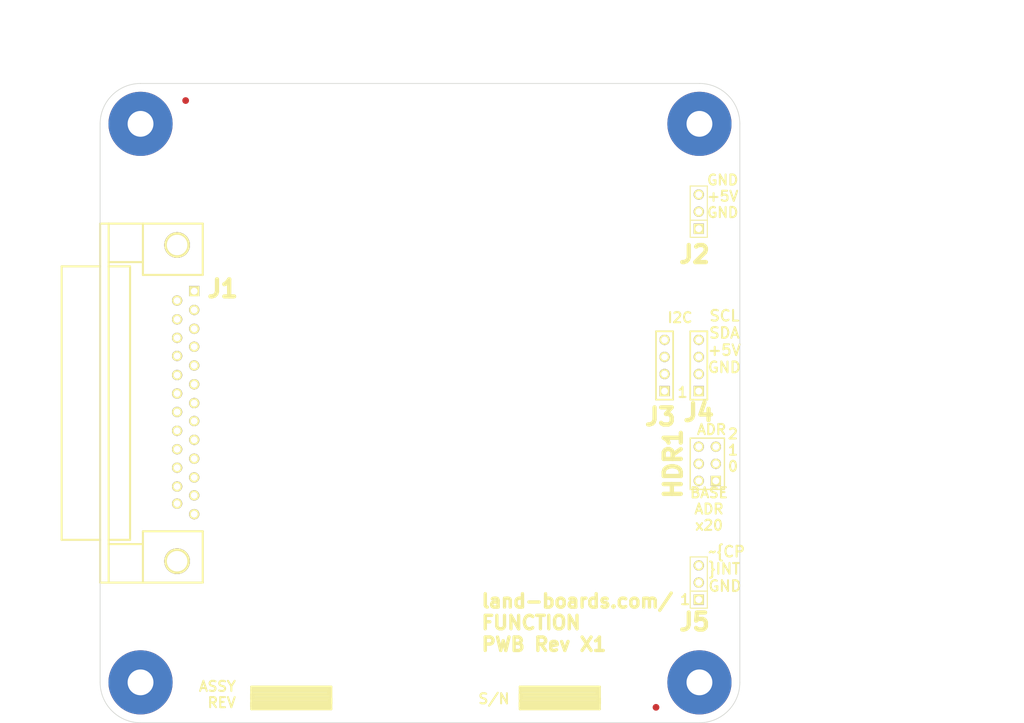
<source format=kicad_pcb>
(kicad_pcb (version 20211014) (generator pcbnew)
  (title_block (title "OptoIn8-I2C") (rev "X1") (company "land-boards.com"))
  (layers (0 "F.Cu" signal) (31 "B.Cu" signal) (36 "B.SilkS" user "B.Silkscreen") (37 "F.SilkS" user "F.Silkscreen") (38 "B.Mask" user) (39 "F.Mask" user) (44 "Edge.Cuts" user))
  (net 0 "")
  (net 1 "/A0")
  (net 2 "/A1")
  (net 3 "/A2")
  (net 4 "/CH1-IN+")
  (net 5 "/CH1-IN-")
  (net 6 "/CH2-IN+")
  (net 7 "/CH2-IN-")
  (net 8 "/CH3-IN+")
  (net 9 "/CH3-IN-")
  (net 10 "/CH4-IN+")
  (net 11 "/CH4-IN-")
  (net 12 "/CH5-IN+")
  (net 13 "/CH5-IN-")
  (net 14 "/GND")
  (net 15 "/INT")
  (net 16 "/SCK")
  (net 17 "/SDA")
  (net 18 "/VCC")
  (net 19 "N-0000037")
  (net 20 "N-0000047")
  (net 21 "N-0000048")
  (net 22 "N-0000056")
  (net 23 "N-0000058")
  (net 24 "N-0000060")
  (footprint "DB25MC" (layer "F.Cu") (at 12.7 47.5 90)
    (fp_text reference "J1" (at 17 5.5 180) (layer "F.SilkS") (effects (font (size 2.54 2.54) (thickness 0.635))))
    (fp_text value "DB25" hide)
    (fp_line (start -26.67 2.54) (end -19.05 2.54) (layer "F.SilkS") (width 0.3048))
    (fp_line (start 26.67 -12.7) (end -26.67 -12.7) (layer "F.SilkS") (width 0.3048))
    (fp_line (start 20.32 -8.255) (end 20.32 -11.43) (layer "F.SilkS") (width 0.3048))
    (fp_line (start 19.05 2.54) (end 26.67 2.54) (layer "F.SilkS") (width 0.3048))
    (fp_line (start 26.67 -11.43) (end 26.67 -12.7) (layer "F.SilkS") (width 0.3048))
    (fp_line (start 20.32 -18.415) (end 20.32 -12.7) (layer "F.SilkS") (width 0.3048))
    (fp_line (start 19.05 -6.35) (end 19.05 2.54) (layer "F.SilkS") (width 0.3048))
    (fp_line (start -20.32 -8.255) (end -20.32 -11.43) (layer "F.SilkS") (width 0.3048))
    (fp_line (start -20.32 -18.415) (end 20.32 -18.415) (layer "F.SilkS") (width 0.3048))
    (fp_line (start -20.955 -11.43) (end -20.955 -6.35) (layer "F.SilkS") (width 0.3048))
    (fp_line (start 26.67 -11.43) (end 26.67 2.54) (layer "F.SilkS") (width 0.3048))
    (fp_line (start -26.67 -11.43) (end 26.67 -11.43) (layer "F.SilkS") (width 0.3048))
    (fp_line (start 20.955 -11.43) (end 20.955 -6.35) (layer "F.SilkS") (width 0.3048))
    (fp_line (start -26.67 -12.7) (end -26.67 -11.43) (layer "F.SilkS") (width 0.3048))
    (fp_line (start 26.67 -6.35) (end 19.05 -6.35) (layer "F.SilkS") (width 0.3048))
    (fp_line (start -26.67 2.54) (end -26.67 -11.43) (layer "F.SilkS") (width 0.3048))
    (fp_line (start -20.32 -8.255) (end 20.32 -8.255) (layer "F.SilkS") (width 0.3048))
    (fp_line (start -19.05 -6.35) (end -19.05 2.54) (layer "F.SilkS") (width 0.3048))
    (fp_line (start -20.32 -18.415) (end -20.32 -12.7) (layer "F.SilkS") (width 0.3048))
    (fp_line (start -26.67 -6.35) (end -19.05 -6.35) (layer "F.SilkS") (width 0.3048))
    (pad "" thru_hole circle locked (at 23.495 -1.27 90) (size 3.81 3.81) (drill 3.048) (layers *.Cu *.Mask "F.SilkS"))
    (pad "" thru_hole circle locked (at -23.495 -1.27 90) (size 3.81 3.81) (drill 3.048) (layers *.Cu *.Mask "F.SilkS"))
    (pad "1" thru_hole rect locked (at 16.637 1.27 90) (size 1.524 1.524) (drill 1.016) (layers *.Cu *.Mask "F.SilkS") (net 4 "/CH1-IN+"))
    (pad "2" thru_hole circle locked (at 13.843 1.27 90) (size 1.524 1.524) (drill 1.016) (layers *.Cu *.Mask "F.SilkS"))
    (pad "3" thru_hole circle locked (at 11.049 1.27 90) (size 1.524 1.524) (drill 1.016) (layers *.Cu *.Mask "F.SilkS") (net 7 "/CH2-IN-"))
    (pad "4" thru_hole circle locked (at 8.382 1.27 90) (size 1.524 1.524) (drill 1.016) (layers *.Cu *.Mask "F.SilkS") (net 8 "/CH3-IN+"))
    (pad "5" thru_hole circle locked (at 5.588 1.27 90) (size 1.524 1.524) (drill 1.016) (layers *.Cu *.Mask "F.SilkS"))
    (pad "6" thru_hole circle locked (at 2.794 1.27 90) (size 1.524 1.524) (drill 1.016) (layers *.Cu *.Mask "F.SilkS") (net 11 "/CH4-IN-"))
    (pad "7" thru_hole circle locked (at 0 1.27 90) (size 1.524 1.524) (drill 1.016) (layers *.Cu *.Mask "F.SilkS") (net 12 "/CH5-IN+"))
    (pad "8" thru_hole circle locked (at -2.667 1.27 90) (size 1.524 1.524) (drill 1.016) (layers *.Cu *.Mask "F.SilkS"))
    (pad "9" thru_hole circle locked (at -5.461 1.27 90) (size 1.524 1.524) (drill 1.016) (layers *.Cu *.Mask "F.SilkS") (net 24 "N-0000060"))
    (pad "10" thru_hole circle locked (at -8.255 1.27 90) (size 1.524 1.524) (drill 1.016) (layers *.Cu *.Mask "F.SilkS") (net 19 "N-0000037"))
    (pad "11" thru_hole circle locked (at -11.049 1.27 90) (size 1.524 1.524) (drill 1.016) (layers *.Cu *.Mask "F.SilkS"))
    (pad "12" thru_hole circle locked (at -13.716 1.27 90) (size 1.524 1.524) (drill 1.016) (layers *.Cu *.Mask "F.SilkS") (net 22 "N-0000056"))
    (pad "13" thru_hole circle locked (at -16.51 1.27 90) (size 1.524 1.524) (drill 1.016) (layers *.Cu *.Mask "F.SilkS"))
    (pad "14" thru_hole circle locked (at 15.24 -1.27 90) (size 1.524 1.524) (drill 1.016) (layers *.Cu *.Mask "F.SilkS") (net 5 "/CH1-IN-"))
    (pad "15" thru_hole circle locked (at 12.446 -1.27 90) (size 1.524 1.524) (drill 1.016) (layers *.Cu *.Mask "F.SilkS") (net 6 "/CH2-IN+"))
    (pad "16" thru_hole circle locked (at 9.7028 -1.27 90) (size 1.524 1.524) (drill 1.016) (layers *.Cu *.Mask "F.SilkS"))
    (pad "17" thru_hole circle locked (at 7.0104 -1.27 90) (size 1.524 1.524) (drill 1.016) (layers *.Cu *.Mask "F.SilkS") (net 9 "/CH3-IN-"))
    (pad "18" thru_hole circle locked (at 4.1656 -1.27 90) (size 1.524 1.524) (drill 1.016) (layers *.Cu *.Mask "F.SilkS") (net 10 "/CH4-IN+"))
    (pad "19" thru_hole circle locked (at 1.4224 -1.27 90) (size 1.524 1.524) (drill 1.016) (layers *.Cu *.Mask "F.SilkS"))
    (pad "20" thru_hole circle locked (at -1.3208 -1.27 90) (size 1.524 1.524) (drill 1.016) (layers *.Cu *.Mask "F.SilkS") (net 13 "/CH5-IN-"))
    (pad "21" thru_hole circle locked (at -4.1148 -1.27 90) (size 1.524 1.524) (drill 1.016) (layers *.Cu *.Mask "F.SilkS") (net 21 "N-0000048"))
    (pad "22" thru_hole circle locked (at -6.858 -1.27 90) (size 1.524 1.524) (drill 1.016) (layers *.Cu *.Mask "F.SilkS"))
    (pad "23" thru_hole circle locked (at -9.6012 -1.27 90) (size 1.524 1.524) (drill 1.016) (layers *.Cu *.Mask "F.SilkS") (net 23 "N-0000058"))
    (pad "24" thru_hole circle locked (at -12.3952 -1.27 90) (size 1.524 1.524) (drill 1.016) (layers *.Cu *.Mask "F.SilkS") (net 20 "N-0000047"))
    (pad "25" thru_hole circle locked (at -14.9352 -1.27 90) (size 1.524 1.524) (drill 1.016) (layers *.Cu *.Mask "F.SilkS"))
  )
  (footprint "REV_BLOCK" (layer "F.Cu") (at 27.94 91.44)
    (fp_text reference "ST1" hide)
    (fp_text value "CONN_1" hide)
    (fp_line (start -5.334 0) (end 6.223 0) (layer "F.SilkS") (width 0.635))
    (fp_line (start -5.334 -1.27) (end 6.096 -1.27) (layer "F.SilkS") (width 0.635))
    (fp_line (start 6.223 0) (end 6.223 0.635) (layer "F.SilkS") (width 0.635))
    (fp_line (start -5.334 0.635) (end -5.334 1.143) (layer "F.SilkS") (width 0.635))
    (fp_line (start 6.35 -1.778) (end -5.461 -1.778) (layer "F.SilkS") (width 0.381))
    (fp_line (start 6.35 1.524) (end 6.35 -1.778) (layer "F.SilkS") (width 0.381))
    (fp_line (start -5.461 1.524) (end 6.35 1.524) (layer "F.SilkS") (width 0.381))
    (fp_line (start -5.334 1.143) (end 6.096 1.143) (layer "F.SilkS") (width 0.635))
    (fp_line (start 6.096 -0.635) (end -5.334 -0.635) (layer "F.SilkS") (width 0.635))
    (fp_line (start -5.461 -1.778) (end -5.461 1.524) (layer "F.SilkS") (width 0.381))
    (fp_line (start -5.334 -0.635) (end -5.334 0) (layer "F.SilkS") (width 0.635))
    (fp_line (start 6.223 0.635) (end -5.334 0.635) (layer "F.SilkS") (width 0.635))
    (fp_line (start 6.096 -1.27) (end 6.096 -0.635) (layer "F.SilkS") (width 0.635))
  )
  (footprint "PIN_ARRAY_3X1" (layer "F.Cu") (at 88.9 19.05 90)
    (fp_text reference "J2" (at -6.35 -0.635 180) (layer "F.SilkS") (effects (font (size 2.54 2.54) (thickness 0.635))))
    (fp_text value "CONN_3" hide)
    (fp_line (start -3.81 1.27) (end -3.81 -1.27) (layer "F.SilkS") (width 0.1524))
    (fp_line (start 3.81 -1.27) (end 3.81 1.27) (layer "F.SilkS") (width 0.1524))
    (fp_line (start -1.27 -1.27) (end -1.27 1.27) (layer "F.SilkS") (width 0.1524))
    (fp_line (start 3.81 1.27) (end -3.81 1.27) (layer "F.SilkS") (width 0.1524))
    (fp_line (start -3.81 -1.27) (end 3.81 -1.27) (layer "F.SilkS") (width 0.1524))
    (pad "1" thru_hole rect locked (at -2.54 0 90) (size 1.524 1.524) (drill 1.016) (layers *.Cu *.Mask "F.SilkS") (net 14 "/GND"))
    (pad "2" thru_hole circle locked (at 0 0 90) (size 1.524 1.524) (drill 1.016) (layers *.Cu *.Mask "F.SilkS") (net 18 "/VCC"))
    (pad "3" thru_hole circle locked (at 2.54 0 90) (size 1.524 1.524) (drill 1.016) (layers *.Cu *.Mask "F.SilkS") (net 14 "/GND"))
  )
  (footprint "pin_array_3x2" (layer "F.Cu") (at 90.17 56.515 90)
    (fp_text reference "HDR1" (at 0 -5.08 90) (layer "F.SilkS") (effects (font (size 2.54 2.54) (thickness 0.635))))
    (fp_text value "CONN_3X2" hide)
    (fp_line (start 3.81 2.54) (end -3.81 2.54) (layer "F.SilkS") (width 0.2032))
    (fp_line (start -3.81 2.54) (end -3.81 -2.54) (layer "F.SilkS") (width 0.2032))
    (fp_line (start -3.81 -2.54) (end 3.81 -2.54) (layer "F.SilkS") (width 0.2032))
    (fp_line (start 3.81 -2.54) (end 3.81 2.54) (layer "F.SilkS") (width 0.2032))
    (pad "1" thru_hole rect locked (at -2.54 1.27 90) (size 1.524 1.524) (drill 1.016) (layers *.Cu *.Mask "F.SilkS") (net 14 "/GND"))
    (pad "2" thru_hole circle locked (at -2.54 -1.27 90) (size 1.524 1.524) (drill 1.016) (layers *.Cu *.Mask "F.SilkS") (net 1 "/A0"))
    (pad "3" thru_hole circle locked (at 0 1.27 90) (size 1.524 1.524) (drill 1.016) (layers *.Cu *.Mask "F.SilkS") (net 14 "/GND"))
    (pad "4" thru_hole circle locked (at 0 -1.27 90) (size 1.524 1.524) (drill 1.016) (layers *.Cu *.Mask "F.SilkS") (net 2 "/A1"))
    (pad "5" thru_hole circle locked (at 2.54 1.27 90) (size 1.524 1.524) (drill 1.016) (layers *.Cu *.Mask "F.SilkS") (net 14 "/GND"))
    (pad "6" thru_hole circle locked (at 2.54 -1.27 90) (size 1.524 1.524) (drill 1.016) (layers *.Cu *.Mask "F.SilkS") (net 3 "/A2"))
  )
  (footprint "REV_BLOCK" (layer "F.Cu") (at 67.818 91.44)
    (fp_text reference "ST2" hide)
    (fp_text value "REV-HIST" hide)
    (fp_line (start -5.334 -1.27) (end 6.096 -1.27) (layer "F.SilkS") (width 0.635))
    (fp_line (start 6.35 -1.778) (end -5.461 -1.778) (layer "F.SilkS") (width 0.381))
    (fp_line (start -5.334 0) (end 6.223 0) (layer "F.SilkS") (width 0.635))
    (fp_line (start -5.334 0.635) (end -5.334 1.143) (layer "F.SilkS") (width 0.635))
    (fp_line (start 6.223 0) (end 6.223 0.635) (layer "F.SilkS") (width 0.635))
    (fp_line (start 6.35 1.524) (end 6.35 -1.778) (layer "F.SilkS") (width 0.381))
    (fp_line (start 6.223 0.635) (end -5.334 0.635) (layer "F.SilkS") (width 0.635))
    (fp_line (start 6.096 -1.27) (end 6.096 -0.635) (layer "F.SilkS") (width 0.635))
    (fp_line (start -5.334 1.143) (end 6.096 1.143) (layer "F.SilkS") (width 0.635))
    (fp_line (start -5.461 -1.778) (end -5.461 1.524) (layer "F.SilkS") (width 0.381))
    (fp_line (start -5.461 1.524) (end 6.35 1.524) (layer "F.SilkS") (width 0.381))
    (fp_line (start 6.096 -0.635) (end -5.334 -0.635) (layer "F.SilkS") (width 0.635))
    (fp_line (start -5.334 -0.635) (end -5.334 0) (layer "F.SilkS") (width 0.635))
  )
  (footprint "PIN_ARRAY_4x1" (layer "F.Cu") (at 88.9 41.91 90)
    (fp_text reference "J4" (at -6.985 0 180) (layer "F.SilkS") (effects (font (size 2.54 2.54) (thickness 0.635))))
    (fp_text value "CONN_4" hide)
    (fp_line (start 5.08 1.27) (end -5.08 1.27) (layer "F.SilkS") (width 0.254))
    (fp_line (start 5.08 -1.27) (end -5.08 -1.27) (layer "F.SilkS") (width 0.254))
    (fp_line (start 5.08 1.27) (end 5.08 -1.27) (layer "F.SilkS") (width 0.254))
    (fp_line (start -5.08 -1.27) (end -5.08 1.27) (layer "F.SilkS") (width 0.254))
    (pad "1" thru_hole rect locked (at -3.81 0 90) (size 1.524 1.524) (drill 1.016) (layers *.Cu *.Mask "F.SilkS") (net 14 "/GND"))
    (pad "2" thru_hole circle locked (at -1.27 0 90) (size 1.524 1.524) (drill 1.016) (layers *.Cu *.Mask "F.SilkS") (net 18 "/VCC"))
    (pad "3" thru_hole circle locked (at 1.27 0 90) (size 1.524 1.524) (drill 1.016) (layers *.Cu *.Mask "F.SilkS") (net 17 "/SDA"))
    (pad "4" thru_hole circle locked (at 3.81 0 90) (size 1.524 1.524) (drill 1.016) (layers *.Cu *.Mask "F.SilkS") (net 16 "/SCK"))
  )
  (footprint "FIDUCIAL" (layer "F.Cu") (at 12.7 2.54)
    (fp_text reference "FID2" hide)
    (fp_text value "ADAFRUIT_FIDUCIAL" hide)
    (pad "1" smd circle locked (at 0 0) (size 1 1) (layers "F.Cu" "F.Mask") (clearance 1))
  )
  (footprint "FIDUCIAL" (layer "F.Cu") (at 82.55 92.71)
    (fp_text reference "FID1" hide)
    (fp_text value "ADAFRUIT_FIDUCIAL" hide)
    (pad "1" smd circle locked (at 0 0) (size 1 1) (layers "F.Cu" "F.Mask") (clearance 1))
  )
  (footprint "MTG-6-32" (layer "F.Cu") (at 6 6)
    (fp_text reference "MTG1" hide)
    (fp_text value "MTG_HOLE" hide)
    (pad "1" thru_hole circle locked (at 0 0) (size 9.525 9.525) (drill 3.8354) (layers *.Cu *.Mask) (clearance 0.508))
  )
  (footprint "MTG-6-32" (layer "F.Cu") (at 6 89)
    (fp_text reference "MTG3" hide)
    (fp_text value "MTG_HOLE" hide)
    (pad "1" thru_hole circle locked (at 0 0) (size 9.525 9.525) (drill 3.8354) (layers *.Cu *.Mask) (clearance 0.508))
  )
  (footprint "MTG-6-32" (layer "F.Cu") (at 89 6)
    (fp_text reference "MTG2" hide)
    (fp_text value "MTG_HOLE" hide)
    (pad "1" thru_hole circle locked (at 0 0) (size 9.525 9.525) (drill 3.8354) (layers *.Cu *.Mask) (clearance 0.508))
  )
  (footprint "MTG-6-32" (layer "F.Cu") (at 89 89)
    (fp_text reference "MTG4" hide)
    (fp_text value "MTG_HOLE" hide)
    (pad "1" thru_hole circle locked (at 0 0) (size 9.525 9.525) (drill 3.8354) (layers *.Cu *.Mask) (clearance 0.508))
  )
  (footprint "PIN_ARRAY_4x1" (layer "F.Cu") (at 83.82 41.91 90)
    (fp_text reference "J3" (at -7.62 -0.635 180) (layer "F.SilkS") (effects (font (size 2.54 2.54) (thickness 0.635))))
    (fp_text value "CONN_4" hide)
    (fp_line (start -5.08 -1.27) (end -5.08 1.27) (layer "F.SilkS") (width 0.254))
    (fp_line (start 5.08 1.27) (end -5.08 1.27) (layer "F.SilkS") (width 0.254))
    (fp_line (start 5.08 -1.27) (end -5.08 -1.27) (layer "F.SilkS") (width 0.254))
    (fp_line (start 5.08 1.27) (end 5.08 -1.27) (layer "F.SilkS") (width 0.254))
    (pad "1" thru_hole rect locked (at -3.81 0 90) (size 1.524 1.524) (drill 1.016) (layers *.Cu *.Mask "F.SilkS") (net 14 "/GND"))
    (pad "2" thru_hole circle locked (at -1.27 0 90) (size 1.524 1.524) (drill 1.016) (layers *.Cu *.Mask "F.SilkS") (net 18 "/VCC"))
    (pad "3" thru_hole circle locked (at 1.27 0 90) (size 1.524 1.524) (drill 1.016) (layers *.Cu *.Mask "F.SilkS") (net 17 "/SDA"))
    (pad "4" thru_hole circle locked (at 3.81 0 90) (size 1.524 1.524) (drill 1.016) (layers *.Cu *.Mask "F.SilkS") (net 16 "/SCK"))
  )
  (footprint "PIN_ARRAY_3X1" (layer "F.Cu") (at 88.9 74.168 90)
    (fp_text reference "J5" (at -5.842 -0.635 180) (layer "F.SilkS") (effects (font (size 2.54 2.54) (thickness 0.635))))
    (fp_text value "CONN_3" hide)
    (fp_line (start -1.27 -1.27) (end -1.27 1.27) (layer "F.SilkS") (width 0.1524))
    (fp_line (start 3.81 1.27) (end -3.81 1.27) (layer "F.SilkS") (width 0.1524))
    (fp_line (start 3.81 -1.27) (end 3.81 1.27) (layer "F.SilkS") (width 0.1524))
    (fp_line (start -3.81 1.27) (end -3.81 -1.27) (layer "F.SilkS") (width 0.1524))
    (fp_line (start -3.81 -1.27) (end 3.81 -1.27) (layer "F.SilkS") (width 0.1524))
    (pad "1" thru_hole rect locked (at -2.54 0 90) (size 1.524 1.524) (drill 1.016) (layers *.Cu *.Mask "F.SilkS") (net 14 "/GND"))
    (pad "2" thru_hole circle locked (at 0 0 90) (size 1.524 1.524) (drill 1.016) (layers *.Cu *.Mask "F.SilkS") (net 15 "/INT"))
    (pad "3" thru_hole circle locked (at 2.54 0 90) (size 1.524 1.524) (drill 1.016) (layers *.Cu *.Mask "F.SilkS") (net 14 "/GND"))
  )
  (gr_line (start 0 89) (end 0 6) (layer "Edge.Cuts") (width 0.1))
  (gr_arc (start 0 6) (mid 1.757359 1.757359) (end 6 0) (layer "Edge.Cuts") (width 0.1))
  (gr_arc (start 95 89) (mid 93.242641 93.242641) (end 89 95) (layer "Edge.Cuts") (width 0.1))
  (gr_line (start 95 6) (end 95 89) (layer "Edge.Cuts") (width 0.1))
  (gr_arc (start 6 95) (mid 1.757359 93.242641) (end 0 89) (layer "Edge.Cuts") (width 0.1))
  (gr_arc (start 89 0) (mid 93.242641 1.757359) (end 95 6) (layer "Edge.Cuts") (width 0.1))
  (gr_line (start 6 0) (end 89 0) (layer "Edge.Cuts") (width 0.1))
  (gr_line (start 89 95) (end 6 95) (layer "Edge.Cuts") (width 0.1))
  (gr_text "ASSY\nREV" (at 20.32 90.805) (layer "F.SilkS") (effects (font (size 1.5 1.5) (thickness 0.3)) (justify right)))
  (gr_text "S/N" (at 60.96 91.44) (layer "F.SilkS") (effects (font (size 1.5 1.5) (thickness 0.3)) (justify right)))
  (gr_text "land-boards.com/\nFUNCTION\nPWB Rev X1" (at 56.39 80.14) (layer "F.SilkS") (effects (font (size 2 2) (thickness 0.5)) (justify left)))
  (gr_text "~{CP\n}INT\nGND" (at 90.17 72.136) (layer "F.SilkS") (effects (font (size 1.5875 1.5875) (thickness 0.3)) (justify left)))
  (gr_text "SCL\nSDA\n+5V\nGND" (at 92.71 38.354) (layer "F.SilkS") (effects (font (size 1.5875 1.5875) (thickness 0.3))))
  (gr_text "1" (at 86.49 45.91) (layer "F.SilkS") (effects (font (size 1.5 1.5) (thickness 0.3))))
  (gr_text "I2C" (at 86.106 34.798) (layer "F.SilkS") (effects (font (size 1.5 1.5) (thickness 0.3))))
  (gr_text "2\n1\n0" (at 93.98 54.49) (layer "F.SilkS") (effects (font (size 1.5 1.5) (thickness 0.3))))
  (gr_text "ADR" (at 90.805 51.435) (layer "F.SilkS") (effects (font (size 1.5 1.5) (thickness 0.3))))
  (gr_text "GND\n+5V\nGND" (at 92.456 16.764) (layer "F.SilkS") (effects (font (size 1.5 1.5) (thickness 0.3))))
  (gr_text "BASE\nADR\nx20" (at 90.424 63.246) (layer "F.SilkS") (effects (font (size 1.5 1.5) (thickness 0.3))))
  (gr_text "1" (at 86.868 76.708) (layer "F.SilkS") (effects (font (size 1.5 1.5) (thickness 0.3))))
  (segment (start 13.97 55.755) (end 14.305 55.755) (width 0.254) (layer "F.Cu") (net 19))
)
</source>
